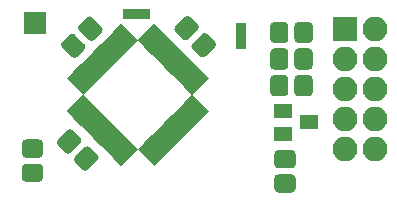
<source format=gbr>
G04 #@! TF.GenerationSoftware,KiCad,Pcbnew,(5.1.6)-1*
G04 #@! TF.CreationDate,2020-11-13T23:12:39+01:00*
G04 #@! TF.ProjectId,AskSin-Analyzer-XS-RPi,41736b53-696e-42d4-916e-616c797a6572,rev?*
G04 #@! TF.SameCoordinates,Original*
G04 #@! TF.FileFunction,Soldermask,Bot*
G04 #@! TF.FilePolarity,Negative*
%FSLAX46Y46*%
G04 Gerber Fmt 4.6, Leading zero omitted, Abs format (unit mm)*
G04 Created by KiCad (PCBNEW (5.1.6)-1) date 2020-11-13 23:12:39*
%MOMM*%
%LPD*%
G01*
G04 APERTURE LIST*
%ADD10R,0.900000X1.200000*%
%ADD11R,1.200000X0.900000*%
%ADD12R,1.900000X1.900000*%
%ADD13R,1.600000X1.200000*%
%ADD14O,2.100000X2.100000*%
%ADD15R,2.100000X2.100000*%
%ADD16C,0.100000*%
G04 APERTURE END LIST*
D10*
X154200000Y-86700000D03*
X154200000Y-85700000D03*
D11*
X144800000Y-84300000D03*
X145850000Y-84300000D03*
D12*
X136700000Y-85050000D03*
D13*
X157700000Y-94450000D03*
X157700000Y-92550000D03*
X159950000Y-93500000D03*
G36*
G01*
X160250000Y-87586956D02*
X160250000Y-88713044D01*
G75*
G02*
X159913044Y-89050000I-336956J0D01*
G01*
X159036956Y-89050000D01*
G75*
G02*
X158700000Y-88713044I0J336956D01*
G01*
X158700000Y-87586956D01*
G75*
G02*
X159036956Y-87250000I336956J0D01*
G01*
X159913044Y-87250000D01*
G75*
G02*
X160250000Y-87586956I0J-336956D01*
G01*
G37*
G36*
G01*
X158200000Y-87586956D02*
X158200000Y-88713044D01*
G75*
G02*
X157863044Y-89050000I-336956J0D01*
G01*
X156986956Y-89050000D01*
G75*
G02*
X156650000Y-88713044I0J336956D01*
G01*
X156650000Y-87586956D01*
G75*
G02*
X156986956Y-87250000I336956J0D01*
G01*
X157863044Y-87250000D01*
G75*
G02*
X158200000Y-87586956I0J-336956D01*
G01*
G37*
D14*
X165540000Y-95760000D03*
X163000000Y-95760000D03*
X165540000Y-93220000D03*
X163000000Y-93220000D03*
X165540000Y-90680000D03*
X163000000Y-90680000D03*
X165540000Y-88140000D03*
X163000000Y-88140000D03*
X165540000Y-85600000D03*
D15*
X163000000Y-85600000D03*
G36*
G01*
X137088044Y-96500000D02*
X135961956Y-96500000D01*
G75*
G02*
X135625000Y-96163044I0J336956D01*
G01*
X135625000Y-95286956D01*
G75*
G02*
X135961956Y-94950000I336956J0D01*
G01*
X137088044Y-94950000D01*
G75*
G02*
X137425000Y-95286956I0J-336956D01*
G01*
X137425000Y-96163044D01*
G75*
G02*
X137088044Y-96500000I-336956J0D01*
G01*
G37*
G36*
G01*
X137088044Y-98550000D02*
X135961956Y-98550000D01*
G75*
G02*
X135625000Y-98213044I0J336956D01*
G01*
X135625000Y-97336956D01*
G75*
G02*
X135961956Y-97000000I336956J0D01*
G01*
X137088044Y-97000000D01*
G75*
G02*
X137425000Y-97336956I0J-336956D01*
G01*
X137425000Y-98213044D01*
G75*
G02*
X137088044Y-98550000I-336956J0D01*
G01*
G37*
G36*
G01*
X140125092Y-86078644D02*
X140921356Y-86874908D01*
G75*
G02*
X140921356Y-87351436I-238264J-238264D01*
G01*
X140301868Y-87970924D01*
G75*
G02*
X139825340Y-87970924I-238264J238264D01*
G01*
X139029076Y-87174660D01*
G75*
G02*
X139029076Y-86698132I238264J238264D01*
G01*
X139648564Y-86078644D01*
G75*
G02*
X140125092Y-86078644I238264J-238264D01*
G01*
G37*
G36*
G01*
X141574660Y-84629076D02*
X142370924Y-85425340D01*
G75*
G02*
X142370924Y-85901868I-238264J-238264D01*
G01*
X141751436Y-86521356D01*
G75*
G02*
X141274908Y-86521356I-238264J238264D01*
G01*
X140478644Y-85725092D01*
G75*
G02*
X140478644Y-85248564I238264J238264D01*
G01*
X141098132Y-84629076D01*
G75*
G02*
X141574660Y-84629076I238264J-238264D01*
G01*
G37*
G36*
G01*
X158463044Y-97400000D02*
X157336956Y-97400000D01*
G75*
G02*
X157000000Y-97063044I0J336956D01*
G01*
X157000000Y-96186956D01*
G75*
G02*
X157336956Y-95850000I336956J0D01*
G01*
X158463044Y-95850000D01*
G75*
G02*
X158800000Y-96186956I0J-336956D01*
G01*
X158800000Y-97063044D01*
G75*
G02*
X158463044Y-97400000I-336956J0D01*
G01*
G37*
G36*
G01*
X158463044Y-99450000D02*
X157336956Y-99450000D01*
G75*
G02*
X157000000Y-99113044I0J336956D01*
G01*
X157000000Y-98236956D01*
G75*
G02*
X157336956Y-97900000I336956J0D01*
G01*
X158463044Y-97900000D01*
G75*
G02*
X158800000Y-98236956I0J-336956D01*
G01*
X158800000Y-99113044D01*
G75*
G02*
X158463044Y-99450000I-336956J0D01*
G01*
G37*
G36*
G01*
X140571356Y-95275092D02*
X139775092Y-96071356D01*
G75*
G02*
X139298564Y-96071356I-238264J238264D01*
G01*
X138679076Y-95451868D01*
G75*
G02*
X138679076Y-94975340I238264J238264D01*
G01*
X139475340Y-94179076D01*
G75*
G02*
X139951868Y-94179076I238264J-238264D01*
G01*
X140571356Y-94798564D01*
G75*
G02*
X140571356Y-95275092I-238264J-238264D01*
G01*
G37*
G36*
G01*
X142020924Y-96724660D02*
X141224660Y-97520924D01*
G75*
G02*
X140748132Y-97520924I-238264J238264D01*
G01*
X140128644Y-96901436D01*
G75*
G02*
X140128644Y-96424908I238264J238264D01*
G01*
X140924908Y-95628644D01*
G75*
G02*
X141401436Y-95628644I238264J-238264D01*
G01*
X142020924Y-96248132D01*
G75*
G02*
X142020924Y-96724660I-238264J-238264D01*
G01*
G37*
G36*
G01*
X150521356Y-85675092D02*
X149725092Y-86471356D01*
G75*
G02*
X149248564Y-86471356I-238264J238264D01*
G01*
X148629076Y-85851868D01*
G75*
G02*
X148629076Y-85375340I238264J238264D01*
G01*
X149425340Y-84579076D01*
G75*
G02*
X149901868Y-84579076I238264J-238264D01*
G01*
X150521356Y-85198564D01*
G75*
G02*
X150521356Y-85675092I-238264J-238264D01*
G01*
G37*
G36*
G01*
X151970924Y-87124660D02*
X151174660Y-87920924D01*
G75*
G02*
X150698132Y-87920924I-238264J238264D01*
G01*
X150078644Y-87301436D01*
G75*
G02*
X150078644Y-86824908I238264J238264D01*
G01*
X150874908Y-86028644D01*
G75*
G02*
X151351436Y-86028644I238264J-238264D01*
G01*
X151970924Y-86648132D01*
G75*
G02*
X151970924Y-87124660I-238264J-238264D01*
G01*
G37*
D16*
G36*
X145467678Y-86536128D02*
G01*
X144795926Y-87207880D01*
X143381712Y-85793666D01*
X144053464Y-85121914D01*
X145467678Y-86536128D01*
G37*
G36*
X144901993Y-87101814D02*
G01*
X144230241Y-87773566D01*
X142816027Y-86359352D01*
X143487779Y-85687600D01*
X144901993Y-87101814D01*
G37*
G36*
X144336307Y-87667499D02*
G01*
X143664555Y-88339251D01*
X142250341Y-86925037D01*
X142922093Y-86253285D01*
X144336307Y-87667499D01*
G37*
G36*
X143770622Y-88233184D02*
G01*
X143098870Y-88904936D01*
X141684656Y-87490722D01*
X142356408Y-86818970D01*
X143770622Y-88233184D01*
G37*
G36*
X143204936Y-88798870D02*
G01*
X142533184Y-89470622D01*
X141118970Y-88056408D01*
X141790722Y-87384656D01*
X143204936Y-88798870D01*
G37*
G36*
X142639251Y-89364555D02*
G01*
X141967499Y-90036307D01*
X140553285Y-88622093D01*
X141225037Y-87950341D01*
X142639251Y-89364555D01*
G37*
G36*
X142073566Y-89930241D02*
G01*
X141401814Y-90601993D01*
X139987600Y-89187779D01*
X140659352Y-88516027D01*
X142073566Y-89930241D01*
G37*
G36*
X141507880Y-90495926D02*
G01*
X140836128Y-91167678D01*
X139421914Y-89753464D01*
X140093666Y-89081712D01*
X141507880Y-90495926D01*
G37*
G36*
X140836128Y-91132322D02*
G01*
X141507880Y-91804074D01*
X140093666Y-93218288D01*
X139421914Y-92546536D01*
X140836128Y-91132322D01*
G37*
G36*
X141401814Y-91698007D02*
G01*
X142073566Y-92369759D01*
X140659352Y-93783973D01*
X139987600Y-93112221D01*
X141401814Y-91698007D01*
G37*
G36*
X141967499Y-92263693D02*
G01*
X142639251Y-92935445D01*
X141225037Y-94349659D01*
X140553285Y-93677907D01*
X141967499Y-92263693D01*
G37*
G36*
X142533184Y-92829378D02*
G01*
X143204936Y-93501130D01*
X141790722Y-94915344D01*
X141118970Y-94243592D01*
X142533184Y-92829378D01*
G37*
G36*
X143098870Y-93395064D02*
G01*
X143770622Y-94066816D01*
X142356408Y-95481030D01*
X141684656Y-94809278D01*
X143098870Y-93395064D01*
G37*
G36*
X143664555Y-93960749D02*
G01*
X144336307Y-94632501D01*
X142922093Y-96046715D01*
X142250341Y-95374963D01*
X143664555Y-93960749D01*
G37*
G36*
X144230241Y-94526434D02*
G01*
X144901993Y-95198186D01*
X143487779Y-96612400D01*
X142816027Y-95940648D01*
X144230241Y-94526434D01*
G37*
G36*
X144795926Y-95092120D02*
G01*
X145467678Y-95763872D01*
X144053464Y-97178086D01*
X143381712Y-96506334D01*
X144795926Y-95092120D01*
G37*
G36*
X147518288Y-96506334D02*
G01*
X146846536Y-97178086D01*
X145432322Y-95763872D01*
X146104074Y-95092120D01*
X147518288Y-96506334D01*
G37*
G36*
X148083973Y-95940648D02*
G01*
X147412221Y-96612400D01*
X145998007Y-95198186D01*
X146669759Y-94526434D01*
X148083973Y-95940648D01*
G37*
G36*
X148649659Y-95374963D02*
G01*
X147977907Y-96046715D01*
X146563693Y-94632501D01*
X147235445Y-93960749D01*
X148649659Y-95374963D01*
G37*
G36*
X149215344Y-94809278D02*
G01*
X148543592Y-95481030D01*
X147129378Y-94066816D01*
X147801130Y-93395064D01*
X149215344Y-94809278D01*
G37*
G36*
X149781030Y-94243592D02*
G01*
X149109278Y-94915344D01*
X147695064Y-93501130D01*
X148366816Y-92829378D01*
X149781030Y-94243592D01*
G37*
G36*
X150346715Y-93677907D02*
G01*
X149674963Y-94349659D01*
X148260749Y-92935445D01*
X148932501Y-92263693D01*
X150346715Y-93677907D01*
G37*
G36*
X150912400Y-93112221D02*
G01*
X150240648Y-93783973D01*
X148826434Y-92369759D01*
X149498186Y-91698007D01*
X150912400Y-93112221D01*
G37*
G36*
X151478086Y-92546536D02*
G01*
X150806334Y-93218288D01*
X149392120Y-91804074D01*
X150063872Y-91132322D01*
X151478086Y-92546536D01*
G37*
G36*
X150806334Y-89081712D02*
G01*
X151478086Y-89753464D01*
X150063872Y-91167678D01*
X149392120Y-90495926D01*
X150806334Y-89081712D01*
G37*
G36*
X150240648Y-88516027D02*
G01*
X150912400Y-89187779D01*
X149498186Y-90601993D01*
X148826434Y-89930241D01*
X150240648Y-88516027D01*
G37*
G36*
X149674963Y-87950341D02*
G01*
X150346715Y-88622093D01*
X148932501Y-90036307D01*
X148260749Y-89364555D01*
X149674963Y-87950341D01*
G37*
G36*
X149109278Y-87384656D02*
G01*
X149781030Y-88056408D01*
X148366816Y-89470622D01*
X147695064Y-88798870D01*
X149109278Y-87384656D01*
G37*
G36*
X148543592Y-86818970D02*
G01*
X149215344Y-87490722D01*
X147801130Y-88904936D01*
X147129378Y-88233184D01*
X148543592Y-86818970D01*
G37*
G36*
X147977907Y-86253285D02*
G01*
X148649659Y-86925037D01*
X147235445Y-88339251D01*
X146563693Y-87667499D01*
X147977907Y-86253285D01*
G37*
G36*
X147412221Y-85687600D02*
G01*
X148083973Y-86359352D01*
X146669759Y-87773566D01*
X145998007Y-87101814D01*
X147412221Y-85687600D01*
G37*
G36*
X146846536Y-85121914D02*
G01*
X147518288Y-85793666D01*
X146104074Y-87207880D01*
X145432322Y-86536128D01*
X146846536Y-85121914D01*
G37*
G36*
G01*
X158700000Y-86463044D02*
X158700000Y-85336956D01*
G75*
G02*
X159036956Y-85000000I336956J0D01*
G01*
X159913044Y-85000000D01*
G75*
G02*
X160250000Y-85336956I0J-336956D01*
G01*
X160250000Y-86463044D01*
G75*
G02*
X159913044Y-86800000I-336956J0D01*
G01*
X159036956Y-86800000D01*
G75*
G02*
X158700000Y-86463044I0J336956D01*
G01*
G37*
G36*
G01*
X156650000Y-86463044D02*
X156650000Y-85336956D01*
G75*
G02*
X156986956Y-85000000I336956J0D01*
G01*
X157863044Y-85000000D01*
G75*
G02*
X158200000Y-85336956I0J-336956D01*
G01*
X158200000Y-86463044D01*
G75*
G02*
X157863044Y-86800000I-336956J0D01*
G01*
X156986956Y-86800000D01*
G75*
G02*
X156650000Y-86463044I0J336956D01*
G01*
G37*
G36*
G01*
X158200000Y-89836956D02*
X158200000Y-90963044D01*
G75*
G02*
X157863044Y-91300000I-336956J0D01*
G01*
X156986956Y-91300000D01*
G75*
G02*
X156650000Y-90963044I0J336956D01*
G01*
X156650000Y-89836956D01*
G75*
G02*
X156986956Y-89500000I336956J0D01*
G01*
X157863044Y-89500000D01*
G75*
G02*
X158200000Y-89836956I0J-336956D01*
G01*
G37*
G36*
G01*
X160250000Y-89836956D02*
X160250000Y-90963044D01*
G75*
G02*
X159913044Y-91300000I-336956J0D01*
G01*
X159036956Y-91300000D01*
G75*
G02*
X158700000Y-90963044I0J336956D01*
G01*
X158700000Y-89836956D01*
G75*
G02*
X159036956Y-89500000I336956J0D01*
G01*
X159913044Y-89500000D01*
G75*
G02*
X160250000Y-89836956I0J-336956D01*
G01*
G37*
M02*

</source>
